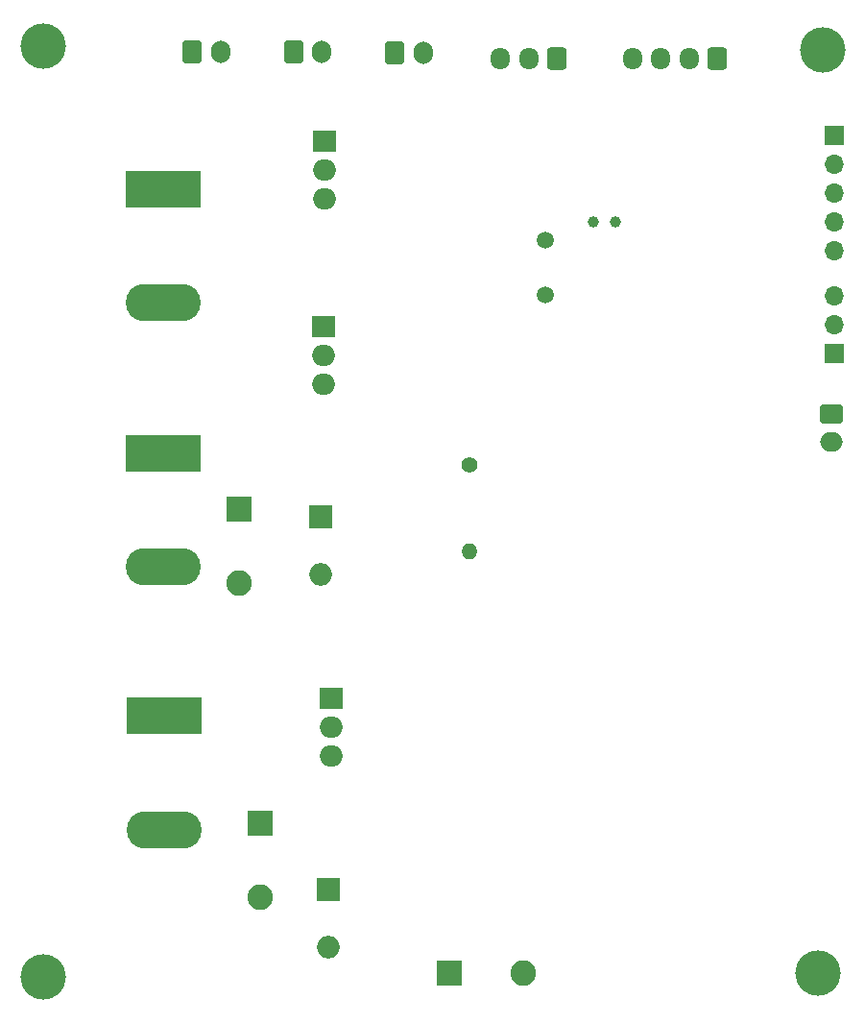
<source format=gbr>
G04 #@! TF.GenerationSoftware,KiCad,Pcbnew,7.0.11-rc3*
G04 #@! TF.CreationDate,2025-08-13T16:24:40+03:00*
G04 #@! TF.ProjectId,Neonest_V_1.3,4e656f6e-6573-4745-9f56-5f312e332e6b,rev?*
G04 #@! TF.SameCoordinates,Original*
G04 #@! TF.FileFunction,Soldermask,Bot*
G04 #@! TF.FilePolarity,Negative*
%FSLAX46Y46*%
G04 Gerber Fmt 4.6, Leading zero omitted, Abs format (unit mm)*
G04 Created by KiCad (PCBNEW 7.0.11-rc3) date 2025-08-13 16:24:40*
%MOMM*%
%LPD*%
G01*
G04 APERTURE LIST*
G04 Aperture macros list*
%AMRoundRect*
0 Rectangle with rounded corners*
0 $1 Rounding radius*
0 $2 $3 $4 $5 $6 $7 $8 $9 X,Y pos of 4 corners*
0 Add a 4 corners polygon primitive as box body*
4,1,4,$2,$3,$4,$5,$6,$7,$8,$9,$2,$3,0*
0 Add four circle primitives for the rounded corners*
1,1,$1+$1,$2,$3*
1,1,$1+$1,$4,$5*
1,1,$1+$1,$6,$7*
1,1,$1+$1,$8,$9*
0 Add four rect primitives between the rounded corners*
20,1,$1+$1,$2,$3,$4,$5,0*
20,1,$1+$1,$4,$5,$6,$7,0*
20,1,$1+$1,$6,$7,$8,$9,0*
20,1,$1+$1,$8,$9,$2,$3,0*%
G04 Aperture macros list end*
%ADD10R,2.250000X2.250000*%
%ADD11C,2.250000*%
%ADD12C,1.400000*%
%ADD13O,1.400000X1.400000*%
%ADD14R,2.000000X1.905000*%
%ADD15O,2.000000X1.905000*%
%ADD16C,4.000000*%
%ADD17R,6.600000X3.300000*%
%ADD18O,6.600000X3.300000*%
%ADD19RoundRect,0.250000X-0.600000X-0.750000X0.600000X-0.750000X0.600000X0.750000X-0.600000X0.750000X0*%
%ADD20O,1.700000X2.000000*%
%ADD21R,1.700000X1.700000*%
%ADD22O,1.700000X1.700000*%
%ADD23RoundRect,0.250000X0.600000X0.725000X-0.600000X0.725000X-0.600000X-0.725000X0.600000X-0.725000X0*%
%ADD24O,1.700000X1.950000*%
%ADD25C,1.000000*%
%ADD26R,2.000000X2.000000*%
%ADD27O,2.000000X2.000000*%
%ADD28C,1.500000*%
%ADD29RoundRect,0.250000X-0.750000X0.600000X-0.750000X-0.600000X0.750000X-0.600000X0.750000X0.600000X0*%
%ADD30O,2.000000X1.700000*%
G04 APERTURE END LIST*
D10*
G04 #@! TO.C,SW3*
X144810000Y-135690000D03*
D11*
X151310000Y-135690000D03*
G04 #@! TD*
D10*
G04 #@! TO.C,SW2*
X128110000Y-122490000D03*
D11*
X128110000Y-128990000D03*
G04 #@! TD*
D10*
G04 #@! TO.C,SW1*
X126280000Y-94780000D03*
D11*
X126280000Y-101280000D03*
G04 #@! TD*
D12*
G04 #@! TO.C,R20*
X146620000Y-90870000D03*
D13*
X146620000Y-98490000D03*
G04 #@! TD*
D14*
G04 #@! TO.C,Q6*
X133820000Y-62380000D03*
D15*
X133820000Y-64920000D03*
X133820000Y-67460000D03*
G04 #@! TD*
D16*
G04 #@! TO.C,H4*
X109000000Y-136000000D03*
G04 #@! TD*
D17*
G04 #@! TO.C,J2*
X119680000Y-113010000D03*
D18*
X119680000Y-123010000D03*
G04 #@! TD*
D19*
G04 #@! TO.C,J11*
X131050000Y-54500000D03*
D20*
X133550000Y-54500000D03*
G04 #@! TD*
D14*
G04 #@! TO.C,Q3*
X133730000Y-78680000D03*
D15*
X133730000Y-81220000D03*
X133730000Y-83760000D03*
G04 #@! TD*
D21*
G04 #@! TO.C,J6*
X178730000Y-61795000D03*
D22*
X178730000Y-64335000D03*
X178730000Y-66875000D03*
X178730000Y-69415000D03*
X178730000Y-71955000D03*
G04 #@! TD*
D17*
G04 #@! TO.C,J9*
X119590000Y-66580000D03*
D18*
X119590000Y-76580000D03*
G04 #@! TD*
D16*
G04 #@! TO.C,H3*
X177300000Y-135700000D03*
G04 #@! TD*
D23*
G04 #@! TO.C,J8*
X168450000Y-55070000D03*
D24*
X165950000Y-55070000D03*
X163450000Y-55070000D03*
X160950000Y-55070000D03*
G04 #@! TD*
D25*
G04 #@! TO.C,Y1*
X157540000Y-69477500D03*
X159440000Y-69477500D03*
G04 #@! TD*
D19*
G04 #@! TO.C,J10*
X122120000Y-54500000D03*
D20*
X124620000Y-54500000D03*
G04 #@! TD*
D26*
G04 #@! TO.C,D8*
X133445000Y-95440000D03*
D27*
X133445000Y-100520000D03*
G04 #@! TD*
D28*
G04 #@! TO.C,Y2*
X153290000Y-71027500D03*
X153290000Y-75907500D03*
G04 #@! TD*
D14*
G04 #@! TO.C,Q5*
X134390000Y-111440000D03*
D15*
X134390000Y-113980000D03*
X134390000Y-116520000D03*
G04 #@! TD*
D23*
G04 #@! TO.C,J4*
X154310000Y-55090000D03*
D24*
X151810000Y-55090000D03*
X149310000Y-55090000D03*
G04 #@! TD*
D17*
G04 #@! TO.C,J1*
X119577500Y-89880000D03*
D18*
X119577500Y-99880000D03*
G04 #@! TD*
D22*
G04 #@! TO.C,J7*
X178730000Y-76010000D03*
X178730000Y-78550000D03*
D21*
X178730000Y-81090000D03*
G04 #@! TD*
D19*
G04 #@! TO.C,J12*
X139990000Y-54540000D03*
D20*
X142490000Y-54540000D03*
G04 #@! TD*
D16*
G04 #@! TO.C,H1*
X177700000Y-54300000D03*
G04 #@! TD*
G04 #@! TO.C,H2*
X109000000Y-54000000D03*
G04 #@! TD*
D29*
G04 #@! TO.C,J5*
X178480000Y-86360000D03*
D30*
X178480000Y-88860000D03*
G04 #@! TD*
D26*
G04 #@! TO.C,D7*
X134165000Y-128290000D03*
D27*
X134165000Y-133370000D03*
G04 #@! TD*
M02*

</source>
